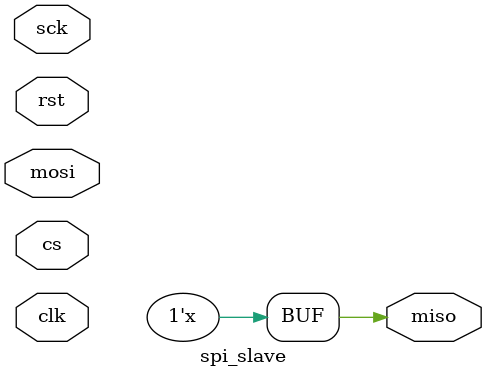
<source format=v>
module spi_slave (
    input wire clk,
    input wire rst,
    // Chip Select
    input wire cs,
    // Serial Clock
    input wire sck,
    // Master Out Slave In
    input wire mosi,
    // Master In Slave Out
    output reg miso
);

    reg [23:0] data_count;
    reg data_end;

    always @(posedge clk) begin
        if (rst) begin
            data_count <= 0;
            data_end <= 0;
        end
        else begin
            if (current_state == DATA) begin
                if (sck == 1) begin
                    if (data_count == 23) begin
                        data_count <= 0;
                        data_end <= 1;
                    end
                    else begin
                        data_count <= data_count + 1;
                        data_end <= 0;
                    end
                end
                else begin
                    data_count <= data_count;
                    data_end <= 0;
                end
            end
            else begin
                data_count <= 0;
                data_end <= 0;
            end
        end
    end

    // Master Out Slave In

    reg [7:0] command_save;
    reg [7:0] address_save;
    reg [7:0] data_save;

    always @(posedge sck) begin
        if (rst) begin
            command_save <= 0;
            address_save <= 0;
            data_save <= 0;
        end
        else begin
            if (current_state == DATA) begin
                if ((data_count >= 0) && (data_count < 8)) begin
                    command_save <= {command_save[6:0],mosi};
                end
                else if ((data_count >= 8) && (data_count < 16)) begin
                    address_save <= {address_save[6:0],mosi};
                end
                else if ((data_count >= 16) && (data_count <= 23)) begin
                    data_save <= {data_save[6:0],mosi};
                end
                else begin
                    command_save <= command_save;
                    address_save <= address_save;
                    data_save <= data_save;
                end        
            end
            else begin
                command_save <= command_save;
                address_save <= address_save;
                data_save <= data_save;
            end
        end
    end

    // Master In Slave Out

    reg [7:0] data_out;

    always @(negedge sck) begin
        if (rst) begin
            data_out <= 0;
        end
        else begin
            if (current_state == DATA) begin
                if ((data_count > 1) && (data_count < 8)) begin
                    data_out <= data_save;
                end
                else if ((data_count >= 8) && (data_count <= 23)) begin
                    if ((data_count > 16) && (data_count <= 23)) begin
                        data_out <= {data_out[6:0],1'b0};
                    end
                    else begin
                        data_out <= data_out;
                    end
                end
                else begin
                    data_out <= data_out;
                end
            end
            else begin
                data_out <= data_out;
            end
        end
    end

    // Finite State Machine

    localparam IDLE = 2'b00;
    localparam DATA = 2'b10;
    localparam DISABLE = 2'b11;

    reg [1:0] current_state, next_state;

    always @(posedge clk) begin
        if (rst) begin
            current_state <= 0;
        end
        else begin
            current_state <= next_state;
        end
    end

    always @(*) begin
        if (rst) begin
            next_state = 0;
        end
        else begin
            case (next_state)
                IDLE: begin
                    miso = 0;
                    if (cs == 1'b0) begin
                        next_state = DATA;
                    end
                end
                DATA: begin
                    if ((data_count >= 16) && (data_count <= 23)) begin
                        if (command_save == 8'hff) begin
                            miso = data_out[7];
                        end
                        else begin
                            miso = 0;
                        end
                        
                    end
                    else begin
                        miso = 0;
                    end            
                    
                    if (data_end == 1'b1) begin
                        next_state = DISABLE;
                    end
                end
                DISABLE: begin
                    miso = 0;
                    if (cs == 1'b1) begin
                        next_state = IDLE;
                    end
                end
                default: next_state = IDLE;
            endcase
        end
    end

endmodule
</source>
